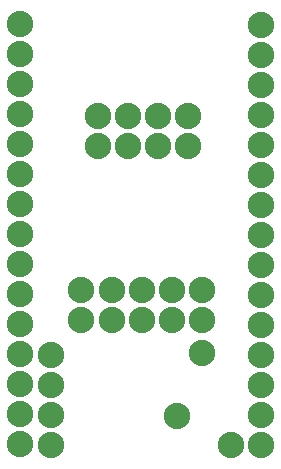
<source format=gbs>
G04 MADE WITH FRITZING*
G04 WWW.FRITZING.ORG*
G04 DOUBLE SIDED*
G04 HOLES PLATED*
G04 CONTOUR ON CENTER OF CONTOUR VECTOR*
%ASAXBY*%
%FSLAX23Y23*%
%MOIN*%
%OFA0B0*%
%SFA1.0B1.0*%
%ADD10C,0.088000*%
%LNMASK0*%
G90*
G70*
G54D10*
X395Y494D03*
X495Y494D03*
X595Y494D03*
X695Y494D03*
X395Y494D03*
X495Y494D03*
X595Y494D03*
X695Y494D03*
X695Y594D03*
X595Y594D03*
X495Y594D03*
X395Y594D03*
X892Y80D03*
X892Y180D03*
X892Y280D03*
X892Y380D03*
X892Y480D03*
X892Y580D03*
X892Y680D03*
X892Y780D03*
X892Y880D03*
X892Y980D03*
X892Y1080D03*
X892Y1180D03*
X892Y1280D03*
X892Y1380D03*
X892Y1480D03*
X648Y1175D03*
X548Y1175D03*
X448Y1175D03*
X348Y1175D03*
X648Y1175D03*
X548Y1175D03*
X448Y1175D03*
X348Y1175D03*
X348Y1075D03*
X448Y1075D03*
X548Y1075D03*
X648Y1075D03*
X609Y175D03*
X695Y386D03*
X792Y80D03*
X192Y80D03*
X192Y180D03*
X192Y280D03*
X192Y380D03*
X290Y494D03*
X290Y594D03*
X87Y83D03*
X87Y183D03*
X87Y283D03*
X87Y383D03*
X87Y483D03*
X87Y583D03*
X87Y683D03*
X87Y783D03*
X87Y883D03*
X87Y983D03*
X87Y1083D03*
X87Y1183D03*
X87Y1283D03*
X87Y1383D03*
X87Y1483D03*
G04 End of Mask0*
M02*
</source>
